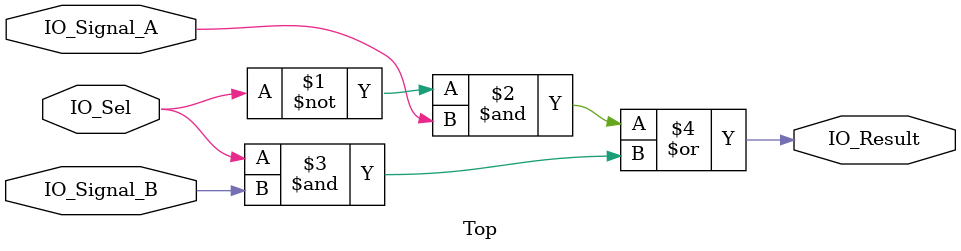
<source format=v>
module Top(
    input  wire IO_Sel,
    input  wire IO_Signal_A,
    input  wire IO_Signal_B,
    output wire IO_Result
);

assign IO_Result = (~IO_Sel & IO_Signal_A) | (IO_Sel & IO_Signal_B);

endmodule
</source>
